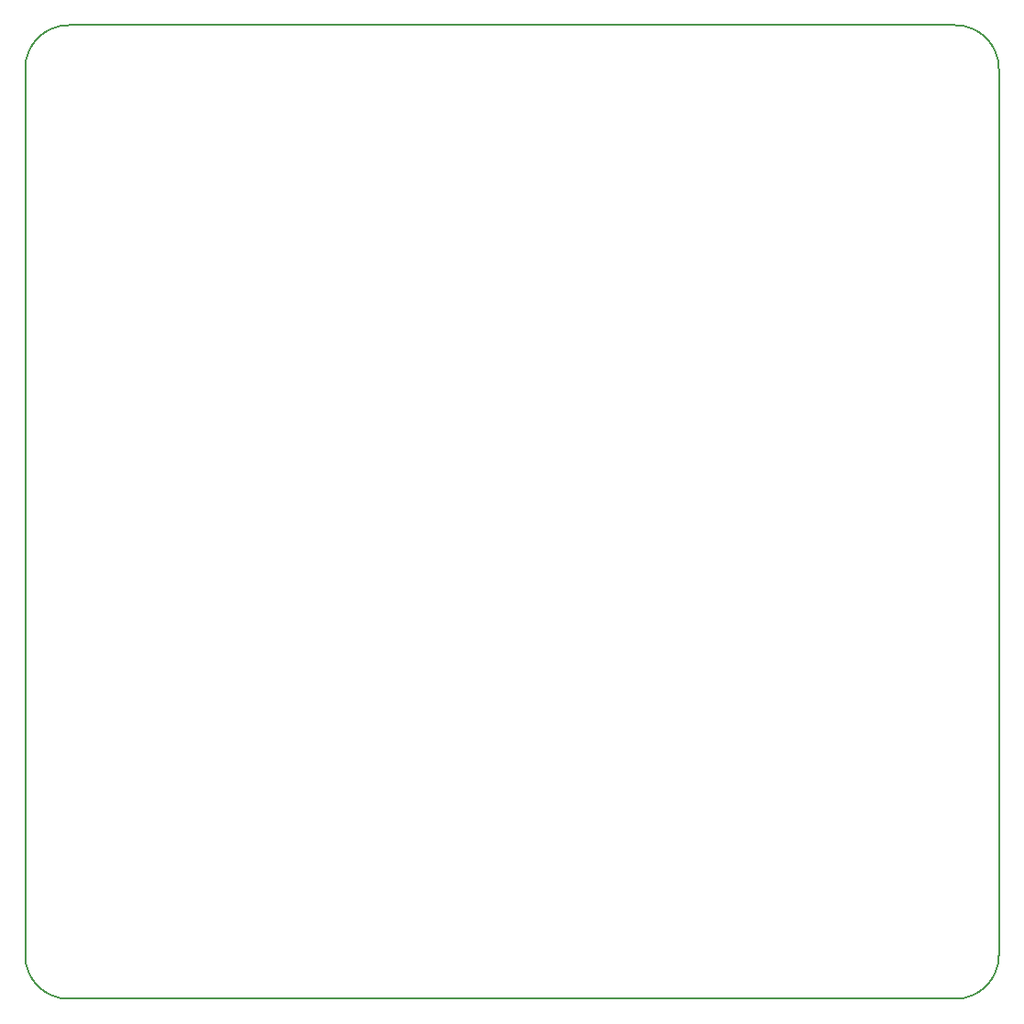
<source format=gbr>
%TF.GenerationSoftware,KiCad,Pcbnew,(5.1.7)-1*%
%TF.CreationDate,2020-12-19T19:15:02-05:00*%
%TF.ProjectId,Radiometer amps r2,52616469-6f6d-4657-9465-7220616d7073,rev?*%
%TF.SameCoordinates,Original*%
%TF.FileFunction,Profile,NP*%
%FSLAX46Y46*%
G04 Gerber Fmt 4.6, Leading zero omitted, Abs format (unit mm)*
G04 Created by KiCad (PCBNEW (5.1.7)-1) date 2020-12-19 19:15:02*
%MOMM*%
%LPD*%
G01*
G04 APERTURE LIST*
%TA.AperFunction,Profile*%
%ADD10C,0.150000*%
%TD*%
G04 APERTURE END LIST*
D10*
X28700000Y266300000D02*
X28700000Y184300000D01*
X-57300000Y270300000D02*
X24700000Y270300000D01*
X-61300000Y184300000D02*
X-61300000Y266300000D01*
X24700000Y180300000D02*
X-57300000Y180300000D01*
X28700000Y184300000D02*
G75*
G02*
X24700000Y180300000I-4000000J0D01*
G01*
X-57300000Y180300000D02*
G75*
G02*
X-61300000Y184300000I0J4000000D01*
G01*
X24700000Y270300000D02*
G75*
G02*
X28700000Y266300000I0J-4000000D01*
G01*
X-61300000Y266300000D02*
G75*
G02*
X-57300000Y270300000I4000000J0D01*
G01*
M02*

</source>
